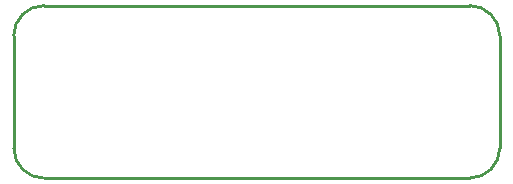
<source format=gko>
G04 Layer: BoardOutlineLayer*
G04 EasyEDA Pro v2.0.15, 2023-03-15 12:21:30*
G04 Gerber Generator version 0.3*
G04 Scale: 100 percent, Rotated: No, Reflected: No*
G04 Dimensions in millimeters*
G04 Leading zeros omitted, absolute positions, 3 integers and 3 decimals*
%FSLAX33Y33*%
%MOMM*%
%ADD10C,0.254*%
G75*


G04 Rect Start*
G54D10*
G01X12192Y-21209D02*
G01X12192Y-30734D01*
G03X14732Y-33274I2540J0D01*
G01X50800D01*
G03X53340Y-30734I0J2540D01*
G01Y-21209D01*
G03X50800Y-18669I-2540J0D01*
G01X14732D01*
G03X12192Y-21209I0J-2540D01*
G04 Rect End*

M02*

</source>
